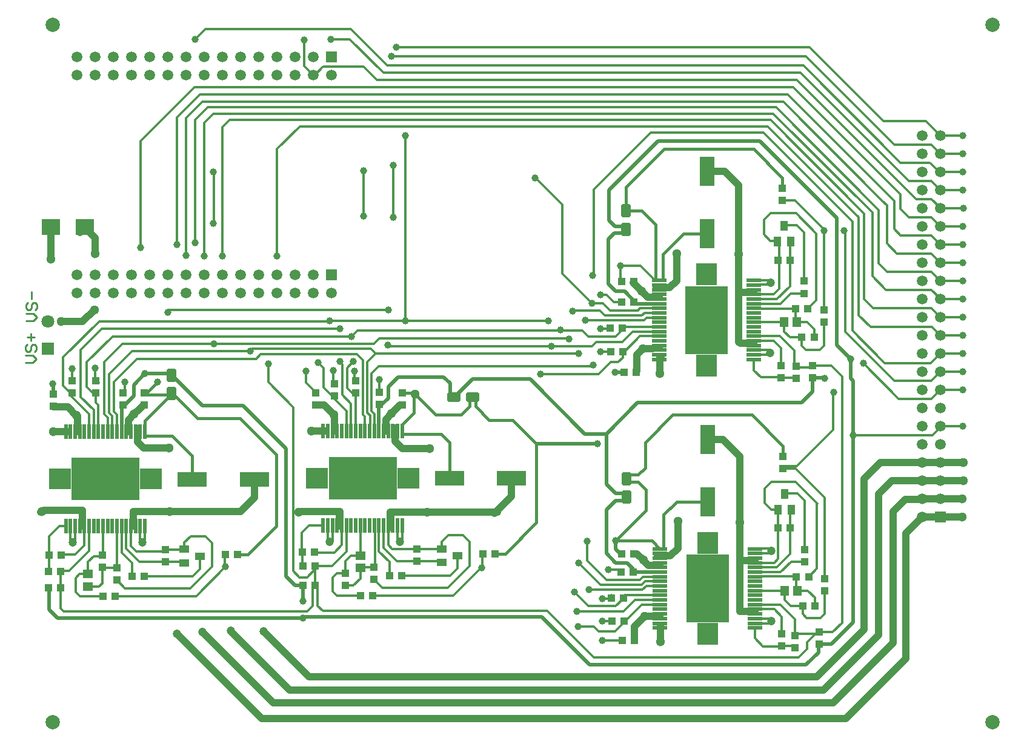
<source format=gtl>
G04 Layer_Physical_Order=1*
G04 Layer_Color=255*
%FSLAX25Y25*%
%MOIN*%
G70*
G01*
G75*
%ADD10R,0.11417X0.12402*%
%ADD11R,0.23622X0.37795*%
%ADD12R,0.07835X0.01890*%
%ADD13R,0.12402X0.11417*%
%ADD14R,0.37795X0.23622*%
%ADD15R,0.01890X0.07835*%
%ADD16R,0.03937X0.04331*%
%ADD17R,0.04331X0.03937*%
%ADD18R,0.09842X0.08661*%
%ADD19R,0.03937X0.05512*%
%ADD20R,0.05512X0.03937*%
%ADD21R,0.07874X0.16142*%
%ADD22R,0.04528X0.05787*%
G04:AMPARAMS|DCode=23|XSize=71.26mil|YSize=51.97mil|CornerRadius=6.5mil|HoleSize=0mil|Usage=FLASHONLY|Rotation=90.000|XOffset=0mil|YOffset=0mil|HoleType=Round|Shape=RoundedRectangle|*
%AMROUNDEDRECTD23*
21,1,0.07126,0.03898,0,0,90.0*
21,1,0.05827,0.05197,0,0,90.0*
1,1,0.01299,0.01949,0.02913*
1,1,0.01299,0.01949,-0.02913*
1,1,0.01299,-0.01949,-0.02913*
1,1,0.01299,-0.01949,0.02913*
%
%ADD23ROUNDEDRECTD23*%
%ADD24R,0.16142X0.07874*%
%ADD25R,0.05787X0.04528*%
G04:AMPARAMS|DCode=26|XSize=71.26mil|YSize=51.97mil|CornerRadius=6.5mil|HoleSize=0mil|Usage=FLASHONLY|Rotation=0.000|XOffset=0mil|YOffset=0mil|HoleType=Round|Shape=RoundedRectangle|*
%AMROUNDEDRECTD26*
21,1,0.07126,0.03898,0,0,0.0*
21,1,0.05827,0.05197,0,0,0.0*
1,1,0.01299,0.02913,-0.01949*
1,1,0.01299,-0.02913,-0.01949*
1,1,0.01299,-0.02913,0.01949*
1,1,0.01299,0.02913,0.01949*
%
%ADD26ROUNDEDRECTD26*%
%ADD27C,0.01181*%
%ADD28C,0.03937*%
%ADD29C,0.01890*%
%ADD30C,0.01500*%
%ADD31C,0.02000*%
%ADD32C,0.01000*%
%ADD33C,0.07874*%
%ADD34C,0.05905*%
%ADD35R,0.05905X0.05905*%
%ADD36R,0.05905X0.05905*%
%ADD37C,0.07087*%
%ADD38R,0.07087X0.07087*%
%ADD39C,0.03937*%
%ADD40C,0.05118*%
%ADD41C,0.04724*%
%ADD42C,0.05000*%
D10*
X377876Y262506D02*
D03*
Y212309D02*
D03*
X378276Y114719D02*
D03*
Y64522D02*
D03*
D11*
X377876Y237407D02*
D03*
X378276Y89621D02*
D03*
D12*
X351853Y215655D02*
D03*
Y218214D02*
D03*
Y220773D02*
D03*
Y223332D02*
D03*
Y225891D02*
D03*
Y228450D02*
D03*
Y231009D02*
D03*
Y233569D02*
D03*
Y236128D02*
D03*
Y238687D02*
D03*
Y241246D02*
D03*
Y243805D02*
D03*
Y246364D02*
D03*
Y248923D02*
D03*
Y251482D02*
D03*
Y254041D02*
D03*
Y256600D02*
D03*
Y259159D02*
D03*
X403900D02*
D03*
Y256600D02*
D03*
Y254041D02*
D03*
Y251482D02*
D03*
Y248923D02*
D03*
Y246364D02*
D03*
Y243805D02*
D03*
Y241246D02*
D03*
Y238687D02*
D03*
Y236128D02*
D03*
Y233569D02*
D03*
Y231009D02*
D03*
Y228450D02*
D03*
Y225891D02*
D03*
Y223332D02*
D03*
Y220773D02*
D03*
Y218214D02*
D03*
Y215655D02*
D03*
X352253Y67869D02*
D03*
Y70428D02*
D03*
Y72987D02*
D03*
Y75546D02*
D03*
Y78105D02*
D03*
Y80664D02*
D03*
Y83223D02*
D03*
Y85782D02*
D03*
Y88341D02*
D03*
Y90900D02*
D03*
Y93459D02*
D03*
Y96018D02*
D03*
Y98577D02*
D03*
Y101136D02*
D03*
Y103695D02*
D03*
Y106254D02*
D03*
Y108813D02*
D03*
Y111372D02*
D03*
X404300D02*
D03*
Y108813D02*
D03*
Y106254D02*
D03*
Y103695D02*
D03*
Y101136D02*
D03*
Y98577D02*
D03*
Y96018D02*
D03*
Y93459D02*
D03*
Y90900D02*
D03*
Y88341D02*
D03*
Y85782D02*
D03*
Y83223D02*
D03*
Y80664D02*
D03*
Y78105D02*
D03*
Y75546D02*
D03*
Y72987D02*
D03*
Y70428D02*
D03*
Y67869D02*
D03*
D13*
X213719Y150224D02*
D03*
X163522D02*
D03*
X72132Y149824D02*
D03*
X21935D02*
D03*
D14*
X188620Y150224D02*
D03*
X47034Y149824D02*
D03*
D15*
X166868Y176247D02*
D03*
X169428D02*
D03*
X171987D02*
D03*
X174546D02*
D03*
X177105D02*
D03*
X179664D02*
D03*
X182223D02*
D03*
X184782D02*
D03*
X187341D02*
D03*
X189900D02*
D03*
X192459D02*
D03*
X195018D02*
D03*
X197577D02*
D03*
X200136D02*
D03*
X202695D02*
D03*
X205254D02*
D03*
X207813D02*
D03*
X210372D02*
D03*
Y124200D02*
D03*
X207813D02*
D03*
X205254D02*
D03*
X202695D02*
D03*
X200136D02*
D03*
X197577D02*
D03*
X195018D02*
D03*
X192459D02*
D03*
X189900D02*
D03*
X187341D02*
D03*
X184782D02*
D03*
X182223D02*
D03*
X179664D02*
D03*
X177105D02*
D03*
X174546D02*
D03*
X171987D02*
D03*
X169428D02*
D03*
X166868D02*
D03*
X25282Y175847D02*
D03*
X27841D02*
D03*
X30400D02*
D03*
X32959D02*
D03*
X35518D02*
D03*
X38077D02*
D03*
X40636D02*
D03*
X43195D02*
D03*
X45754D02*
D03*
X48313D02*
D03*
X50872D02*
D03*
X53431D02*
D03*
X55990D02*
D03*
X58550D02*
D03*
X61109D02*
D03*
X63668D02*
D03*
X66227D02*
D03*
X68786D02*
D03*
Y123800D02*
D03*
X66227D02*
D03*
X63668D02*
D03*
X61109D02*
D03*
X58550D02*
D03*
X55990D02*
D03*
X53431D02*
D03*
X50872D02*
D03*
X48313D02*
D03*
X45754D02*
D03*
X43195D02*
D03*
X40636D02*
D03*
X38077D02*
D03*
X35518D02*
D03*
X32959D02*
D03*
X30400D02*
D03*
X27841D02*
D03*
X25282D02*
D03*
D16*
X436100Y205453D02*
D03*
Y212146D02*
D03*
X442453Y236173D02*
D03*
Y242866D02*
D03*
X439900Y58854D02*
D03*
Y65547D02*
D03*
X442853Y88387D02*
D03*
Y95079D02*
D03*
X419554Y303273D02*
D03*
Y309966D02*
D03*
X419800Y155640D02*
D03*
Y162333D02*
D03*
X28700Y203893D02*
D03*
Y197200D02*
D03*
X41700Y203847D02*
D03*
Y197153D02*
D03*
X431500Y258766D02*
D03*
Y252073D02*
D03*
X427000Y205153D02*
D03*
Y211846D02*
D03*
X418700Y205640D02*
D03*
Y212333D02*
D03*
X431900Y110979D02*
D03*
Y104287D02*
D03*
X426500Y56853D02*
D03*
Y63547D02*
D03*
X419100Y57854D02*
D03*
Y64547D02*
D03*
X218387Y104654D02*
D03*
Y111346D02*
D03*
X178987Y91172D02*
D03*
Y97865D02*
D03*
X194887Y101247D02*
D03*
Y94554D02*
D03*
X162700Y197346D02*
D03*
Y190654D02*
D03*
X210300Y197346D02*
D03*
Y190654D02*
D03*
X197687Y197646D02*
D03*
Y190954D02*
D03*
X80000Y104253D02*
D03*
Y110947D02*
D03*
X45400Y101300D02*
D03*
Y107993D02*
D03*
X53300Y100847D02*
D03*
Y94153D02*
D03*
X18300Y196546D02*
D03*
Y189854D02*
D03*
X68300Y197247D02*
D03*
Y190553D02*
D03*
X56900Y197247D02*
D03*
Y190553D02*
D03*
X184600Y197254D02*
D03*
Y203946D02*
D03*
X173000Y195454D02*
D03*
Y202147D02*
D03*
D17*
X155853Y91300D02*
D03*
X162547D02*
D03*
X187387Y85646D02*
D03*
X194079D02*
D03*
X15653Y90000D02*
D03*
X22346D02*
D03*
X45800Y85246D02*
D03*
X52493D02*
D03*
X254640Y108700D02*
D03*
X261333D02*
D03*
X113054Y108300D02*
D03*
X119746D02*
D03*
X324954Y219900D02*
D03*
X331646D02*
D03*
X324853Y232800D02*
D03*
X331546D02*
D03*
X423846Y270400D02*
D03*
X417154D02*
D03*
X436928Y227773D02*
D03*
X430235D02*
D03*
X426854Y243673D02*
D03*
X433546D02*
D03*
X332500Y208600D02*
D03*
X339193D02*
D03*
X330954Y258500D02*
D03*
X337647D02*
D03*
X331053Y247300D02*
D03*
X337747D02*
D03*
X423846Y123000D02*
D03*
X417154D02*
D03*
X437328Y79987D02*
D03*
X430635D02*
D03*
X427253Y95887D02*
D03*
X433947D02*
D03*
X331353Y60800D02*
D03*
X338047D02*
D03*
X331153Y108687D02*
D03*
X337846D02*
D03*
X330753Y98577D02*
D03*
X337446D02*
D03*
X209980Y96600D02*
D03*
X203287D02*
D03*
X155853Y102000D02*
D03*
X162547D02*
D03*
X155553Y109700D02*
D03*
X162247D02*
D03*
X68393Y96200D02*
D03*
X61700D02*
D03*
X15653Y99000D02*
D03*
X22346D02*
D03*
X16153Y108000D02*
D03*
X22847D02*
D03*
X332147Y84400D02*
D03*
X325453D02*
D03*
X332447Y71700D02*
D03*
X325753D02*
D03*
D18*
X35752Y288500D02*
D03*
X17248D02*
D03*
D19*
X416753Y280720D02*
D03*
X424234D02*
D03*
X420494Y289381D02*
D03*
X417000Y133087D02*
D03*
X424480D02*
D03*
X420740Y141748D02*
D03*
D20*
X231933Y111346D02*
D03*
Y103866D02*
D03*
X240595Y107606D02*
D03*
X90500Y111100D02*
D03*
Y103620D02*
D03*
X99161Y107360D02*
D03*
D21*
X378000Y285047D02*
D03*
Y319299D02*
D03*
X378400Y137261D02*
D03*
Y171513D02*
D03*
D22*
X427328Y236128D02*
D03*
X420399D02*
D03*
X427728Y88341D02*
D03*
X420799D02*
D03*
D23*
X333353Y297638D02*
D03*
Y287402D02*
D03*
X333600Y150005D02*
D03*
Y139769D02*
D03*
X83500Y196782D02*
D03*
Y207018D02*
D03*
D24*
X236261Y150100D02*
D03*
X270513D02*
D03*
X94674Y149700D02*
D03*
X128926D02*
D03*
D25*
X187341Y100772D02*
D03*
Y107701D02*
D03*
X37400Y90535D02*
D03*
Y97465D02*
D03*
D26*
X249005Y194900D02*
D03*
X238769D02*
D03*
D27*
X202000Y377500D02*
X204000D01*
X200000Y373500D02*
X204500D01*
Y382500D02*
X431000D01*
X207000Y387500D02*
X434500D01*
X475000Y347000D01*
X498300D01*
X506400Y338900D01*
X431000Y382500D02*
X432500D01*
X481000Y334000D01*
X501300D01*
X506400Y328900D01*
X204000Y377500D02*
X430500D01*
X431000D01*
X432000Y376500D01*
X484500Y324000D01*
X500500D01*
X501000Y323500D01*
X505600Y318900D01*
X506400D01*
X204500Y373500D02*
X429500D01*
X488500Y314500D01*
X489000Y314000D01*
X500500D01*
X501300D01*
X506400Y308900D01*
Y298900D02*
Y299100D01*
X501500Y304000D02*
X506400Y299100D01*
X493000Y304000D02*
X501500D01*
X429000Y368000D02*
X493000Y304000D01*
X167000Y377000D02*
X189000D01*
X166500Y376500D02*
X167000Y377000D01*
X162400Y372400D02*
X166500Y376500D01*
X161500Y372400D02*
X162400D01*
X15653Y99000D02*
X16153Y99500D01*
Y108000D01*
Y118154D02*
X21800Y123800D01*
X16153Y111800D02*
Y118154D01*
Y108000D02*
Y111800D01*
X21800Y123800D02*
X25282D01*
X22500Y99200D02*
X27000D01*
X22500Y93253D02*
Y99200D01*
X43600Y236600D02*
X170300D01*
X23800Y216800D02*
X43600Y236600D01*
X23800Y201200D02*
Y216800D01*
X91500Y273000D02*
Y348500D01*
X96500Y324500D02*
Y347500D01*
X66500Y336000D02*
X78000Y347500D01*
X101500Y342000D02*
Y346000D01*
X111500Y325500D02*
Y343500D01*
X141500Y272500D02*
Y331500D01*
X489000Y294000D02*
X501000D01*
X484500Y298500D02*
X489000Y294000D01*
X484500Y298500D02*
Y306500D01*
X501300Y294000D02*
X506400Y288900D01*
X501000Y294000D02*
X501300D01*
X422500Y361500D02*
X481000Y303000D01*
X391000Y361500D02*
X422500D01*
X481000Y300000D02*
Y303000D01*
Y287500D02*
Y300000D01*
Y287500D02*
X484500Y284000D01*
X501300D01*
X506400Y278900D01*
X501300Y274000D02*
X506400Y268900D01*
X501000Y274000D02*
X501300D01*
X482500D02*
X501000D01*
X477000Y279500D02*
X482500Y274000D01*
X477000Y279500D02*
Y300500D01*
X474500Y303000D02*
X477000Y300500D01*
X472500Y268500D02*
Y298000D01*
Y268500D02*
X477000Y264000D01*
X501000D01*
X501300D01*
X506400Y258900D01*
Y248900D02*
Y249100D01*
X501500Y254000D02*
X506400Y249100D01*
X476500Y254000D02*
X501500D01*
X469000Y261500D02*
X476500Y254000D01*
X469000Y261500D02*
Y296500D01*
X464500Y250000D02*
Y296000D01*
Y249000D02*
Y250000D01*
Y249000D02*
X469500Y244000D01*
X501300D01*
X506400Y238900D01*
X461500Y240000D02*
Y290000D01*
X461000Y294500D02*
X461500Y294000D01*
Y290000D02*
Y294000D01*
X86500Y279000D02*
Y349000D01*
X101500Y324000D02*
Y342000D01*
X111500Y272500D02*
Y325500D01*
X101500Y272500D02*
Y324000D01*
Y252400D02*
Y252500D01*
X91500Y252400D02*
Y253500D01*
X298500Y263000D02*
Y301000D01*
X283750Y315750D02*
X298500Y301000D01*
X189100Y294500D02*
Y319500D01*
X106700Y290600D02*
X106800Y290500D01*
X106700Y290600D02*
Y319000D01*
X458500Y174000D02*
X470500D01*
X314800Y246700D02*
X320600D01*
X298500Y263000D02*
X314800Y246700D01*
X212000Y236800D02*
Y339000D01*
X205300Y294000D02*
Y322500D01*
X458000Y256000D02*
Y291500D01*
Y231500D02*
Y235500D01*
Y231500D02*
X474500Y215000D01*
X458000Y235500D02*
Y256000D01*
X454000Y278000D02*
Y286000D01*
X475750Y213750D02*
X501250D01*
X474500Y215000D02*
X475750Y213750D01*
X454000Y231000D02*
Y278000D01*
X315700Y309200D02*
X327000Y320500D01*
X315700Y262000D02*
Y309200D01*
X350200Y255273D02*
X351432Y254041D01*
X63668Y176268D02*
X64900Y177500D01*
X205254Y176668D02*
X206487Y177900D01*
X350600Y107487D02*
X351832Y106254D01*
X304100Y242600D02*
X319100D01*
X192032Y176247D02*
X192600Y176816D01*
X191100Y214400D02*
X195700Y219000D01*
X191100Y186300D02*
Y214400D01*
X332173Y219373D02*
X341250Y228450D01*
X290800Y236800D02*
X290900Y236700D01*
X327346Y65900D02*
X342110Y80664D01*
X23800Y201200D02*
X28500Y196500D01*
X417700Y254573D02*
Y279773D01*
X162247Y110700D02*
X163547Y109400D01*
X23347Y108300D02*
X30500D01*
X452400Y70693D02*
Y206100D01*
X447254Y65547D02*
X452400Y70693D01*
X439900Y65547D02*
X447254D01*
X166700Y77100D02*
X290200D01*
X437900Y64700D02*
X438747Y65547D01*
X433200Y60000D02*
X437900Y64700D01*
X438747Y65547D02*
X439900D01*
X426409Y64700D02*
X426500Y72700D01*
X419100Y57854D02*
X425500D01*
X196000Y218900D02*
X307400D01*
X341250Y228450D02*
X351853D01*
X307100Y68700D02*
X315700D01*
X318500Y65900D01*
X332200Y76900D02*
X338523Y83223D01*
X306400Y76900D02*
X332200D01*
X342500Y88800D02*
X344600Y90900D01*
X313000Y88800D02*
X342500D01*
X319400Y91700D02*
X342094D01*
X307500Y103600D02*
X319400Y91700D01*
X170500Y236800D02*
X290800D01*
X317000Y225300D02*
X331300D01*
X320500Y60800D02*
X331353D01*
X33500Y194900D02*
Y220800D01*
X170300Y236600D02*
X170500Y236800D01*
X36800Y200600D02*
Y214200D01*
Y200600D02*
X40246Y197153D01*
X46400Y214400D02*
X56300Y224300D01*
X167000Y200300D02*
Y211000D01*
X409700Y136687D02*
X413300Y133087D01*
X446353Y212146D02*
X452400Y206100D01*
X436100Y212146D02*
X446353D01*
X323600Y99800D02*
X329340D01*
X418847Y57600D02*
X419100Y57854D01*
X408900Y57600D02*
X418847D01*
X403900Y209700D02*
Y215655D01*
Y209700D02*
X407700Y205900D01*
X418440D01*
X344787Y238687D02*
X351853D01*
X343594Y241387D02*
X351284D01*
X418440Y205900D02*
X418700Y205640D01*
X426513D01*
X404300Y62200D02*
X408900Y57600D01*
X404300Y62200D02*
Y67869D01*
X155100Y110153D02*
X155553Y109700D01*
X155100Y110153D02*
Y120200D01*
X159100Y124200D01*
X166868D01*
X342107Y239900D02*
X343594Y241387D01*
X342094Y91700D02*
X343994Y93600D01*
X192600Y176816D02*
Y184800D01*
X184987Y202946D02*
X185000Y202960D01*
X343994Y93600D02*
X351684D01*
X404053Y248769D02*
X416303D01*
X423600Y280086D02*
X424234Y280720D01*
X416303Y248769D02*
X423600Y256066D01*
X427439Y289535D02*
X431500Y285473D01*
Y258766D02*
Y285473D01*
X418291Y246364D02*
X424000Y252073D01*
X431500D01*
X403900Y246364D02*
X418291D01*
X442453Y242866D02*
Y287320D01*
X427803Y236128D02*
X433159D01*
X436928Y232358D01*
Y229292D02*
Y232358D01*
X426854Y236602D02*
Y243673D01*
X442453Y223327D02*
Y236173D01*
X423600Y227773D02*
X430235D01*
X420399Y230974D02*
Y236128D01*
X403900D02*
X420399D01*
Y230974D02*
X423600Y227773D01*
X440100Y220973D02*
X442453Y223327D01*
X432500Y220973D02*
X440100D01*
X430235Y223238D02*
X432500Y220973D01*
X430235Y223238D02*
Y227773D01*
X426513Y205640D02*
X427000Y205153D01*
X403900Y228450D02*
X418136D01*
X426100Y220487D01*
X351432Y254041D02*
X351853D01*
X404100Y256800D02*
X412641D01*
X404100Y259359D02*
X412600D01*
X403900Y218214D02*
X412441D01*
X403900Y220773D02*
X412400D01*
X412900Y220273D01*
Y219373D02*
Y220273D01*
X412441Y218214D02*
X412900Y218673D01*
Y219373D01*
Y280873D02*
X416600D01*
X409300Y292473D02*
X413000Y296173D01*
X416600Y280873D02*
X416753Y280720D01*
X418700Y212333D02*
Y221787D01*
X403900Y225891D02*
X414595D01*
X418700Y221787D01*
X409300Y284473D02*
Y292473D01*
X403900Y251482D02*
X414609D01*
X403900D02*
Y252761D01*
X409300Y284473D02*
X412900Y280873D01*
X433546Y243673D02*
X438100Y248227D01*
X342831Y96018D02*
X352253D01*
X341100Y94287D02*
X342831Y96018D01*
X425500Y57854D02*
X426500Y56853D01*
X418536Y80664D02*
X426500Y72700D01*
X404300Y80664D02*
X418536D01*
X431746Y111133D02*
Y137840D01*
X427685Y141902D02*
X431746Y137840D01*
X423846Y123000D02*
Y132453D01*
Y108433D02*
Y123000D01*
X416550Y101136D02*
X423846Y108433D01*
Y132453D02*
X424480Y133087D01*
X404300Y101136D02*
X416550D01*
X405228Y96372D02*
X426768D01*
X427253Y88816D02*
Y95887D01*
X437328Y81506D02*
Y84572D01*
X433559Y88341D02*
X437328Y84572D01*
X428203Y88341D02*
X433559D01*
X442853Y95079D02*
Y139533D01*
X426900Y155487D02*
X442853Y139533D01*
X419953Y155487D02*
X426900D01*
X419800Y155640D02*
X419953Y155487D01*
X442853Y75540D02*
Y88387D01*
X430635Y75451D02*
Y79987D01*
Y75451D02*
X432900Y73187D01*
X440500D01*
X442853Y75540D01*
X420799Y83187D02*
X424000Y79987D01*
X404300Y88341D02*
X420799D01*
Y83187D02*
Y88341D01*
X424000Y79987D02*
X430635D01*
X351832Y106254D02*
X352253D01*
X404500Y111572D02*
X413000D01*
X404500Y109013D02*
X413041D01*
X413300Y70887D02*
Y71587D01*
X412841Y70428D02*
X413300Y70887D01*
Y71587D02*
Y72487D01*
X412800Y72987D02*
X413300Y72487D01*
X404300Y72987D02*
X412800D01*
X404300Y70428D02*
X412841D01*
X417154Y123000D02*
Y132933D01*
Y105840D02*
Y123000D01*
X438500Y100440D02*
Y136187D01*
X438600Y136287D01*
X426600Y148287D02*
X438600Y136287D01*
X426600Y148287D02*
Y148387D01*
X417000Y133087D02*
X417154Y132933D01*
X413300Y133087D02*
X417000D01*
X413400Y148387D02*
X426600D01*
X415009Y103695D02*
X417154Y105840D01*
X404300Y103695D02*
X415009D01*
X409700Y136687D02*
Y144687D01*
X413400Y148387D01*
X419100Y64547D02*
Y74000D01*
X414995Y78105D02*
X419100Y74000D01*
X404300Y78105D02*
X414995D01*
X254487Y108546D02*
X254640Y108700D01*
X254487Y101600D02*
Y108546D01*
X238533Y85646D02*
X254487Y101600D01*
X194079Y85646D02*
X238533D01*
X195018Y176247D02*
Y185669D01*
X193287Y187400D02*
X195018Y185669D01*
X188687Y185313D02*
X189900Y184100D01*
Y176247D02*
Y184100D01*
X184782Y176247D02*
Y196649D01*
X27000Y99200D02*
X38077Y110277D01*
X30500Y108300D02*
X35518Y113318D01*
X155553Y102300D02*
X155853Y102000D01*
X155553Y102300D02*
Y109700D01*
X177105Y113505D02*
Y124200D01*
X173000Y109400D02*
X177105Y113505D01*
X163547Y109400D02*
X173000D01*
X179664Y109964D02*
Y124200D01*
X171700Y102000D02*
X179664Y109964D01*
X162547Y102000D02*
X171700D01*
X236687Y96600D02*
X240748Y100661D01*
X209980Y96600D02*
X236687D01*
X199983Y111797D02*
Y124047D01*
X231299Y104500D02*
X231933Y103866D01*
X199983Y111797D02*
X207279Y104500D01*
X197577Y109809D02*
Y124200D01*
X203287Y96600D02*
Y104100D01*
X197577Y109809D02*
X203287Y104100D01*
X187341Y94941D02*
Y100297D01*
X183572Y91172D02*
X187341Y94941D01*
X180506Y91172D02*
X183572D01*
X187816Y101247D02*
X194887D01*
X195372Y101732D01*
Y123272D01*
X174540Y85646D02*
X187387D01*
X178987Y97865D02*
Y104500D01*
X182187Y107701D02*
X187341D01*
Y124200D01*
X178987Y104500D02*
X182187Y107701D01*
X172187Y88000D02*
X174540Y85646D01*
X172187Y88000D02*
Y95600D01*
X174451Y97865D01*
X178987D01*
X205254Y176247D02*
Y176668D01*
X207813Y115659D02*
Y124200D01*
X210372Y115700D02*
Y124200D01*
X169428Y115659D02*
Y124200D01*
X171987Y115700D02*
Y124200D01*
X171487Y115200D02*
X171987Y115700D01*
X170587Y115200D02*
X171487D01*
X169428Y115659D02*
X169887Y115200D01*
X170587D01*
X243687Y118800D02*
X247387Y115100D01*
X235687Y118800D02*
X243687D01*
X218387Y111346D02*
X231933D01*
X204840D02*
X218387D01*
X194887Y94554D02*
X199440Y90000D01*
X202695Y113491D02*
Y124200D01*
X203975D01*
X202695Y113491D02*
X204840Y111346D01*
X247387Y101900D02*
Y115100D01*
X232087Y115200D02*
X235687Y118800D01*
X232087Y111500D02*
Y115200D01*
X231933Y111346D02*
X232087Y111500D01*
X28300Y114800D02*
X29000D01*
X27841Y115259D02*
X28300Y114800D01*
X29000D02*
X29900D01*
X30400Y115300D01*
X37400Y97465D02*
Y104100D01*
X32865Y97465D02*
X37400D01*
X30600Y95200D02*
X32865Y97465D01*
X30600Y87600D02*
Y95200D01*
Y87600D02*
X32954Y85246D01*
X45800D01*
X37400Y90535D02*
X43535D01*
X45400Y92400D01*
Y101300D01*
X37400Y104100D02*
X40601Y107301D01*
X45400Y101300D02*
X45678Y101022D01*
X55990Y109409D02*
X61700Y103700D01*
Y96200D02*
Y103700D01*
X58550Y111550D02*
X65847Y104253D01*
X80000D01*
Y110947D02*
X90346D01*
X80000Y104253D02*
X89866D01*
X90500Y103620D01*
X68393Y96200D02*
X95100D01*
X99161Y100261D01*
Y107360D01*
X53300Y94153D02*
X57854Y89600D01*
X93600D01*
X93700Y89500D01*
X105700Y101500D01*
X105800D01*
X90346Y110947D02*
X90500Y111100D01*
Y114800D01*
X94100Y118400D01*
X102100D01*
X105800Y114700D01*
Y101500D02*
Y114700D01*
X52493Y85246D02*
X96947D01*
X112900Y101200D01*
Y108147D01*
X113054Y108300D01*
X30400Y115300D02*
Y123800D01*
X27841Y115259D02*
Y123800D01*
X53431Y101022D02*
Y123800D01*
X58550Y111550D02*
Y123800D01*
X55990Y109409D02*
Y123800D01*
X61109D02*
X62388D01*
X61109Y113091D02*
Y123800D01*
X35518Y113318D02*
Y123800D01*
X68786Y115300D02*
Y123800D01*
X66227Y115259D02*
Y123800D01*
X51700Y187000D02*
X53431Y185268D01*
X433947Y95887D02*
X438500Y100440D01*
X426768Y96372D02*
X427253Y95887D01*
X235337Y89850D02*
X247387Y101900D01*
X235187Y90000D02*
X235337Y89850D01*
X199440Y90000D02*
X235187D01*
X184413Y203458D02*
X184700Y203260D01*
X46400Y185613D02*
X48313Y183700D01*
X49100Y186300D02*
X50872Y184528D01*
X40246Y197153D02*
X41700D01*
Y192000D02*
Y197153D01*
Y192000D02*
X43195Y190505D01*
X41500Y204847D02*
Y210800D01*
X51700Y187000D02*
Y203200D01*
X158100Y76900D02*
X161100Y79900D01*
Y89854D01*
X162547Y91300D01*
X163900Y79900D02*
Y90600D01*
Y79900D02*
X166700Y77100D01*
X28500Y195100D02*
X38077Y185523D01*
X28500Y195100D02*
Y196500D01*
X28700Y203893D02*
X28800Y203993D01*
Y210700D01*
X33500Y194900D02*
X40636Y187764D01*
X46400Y185613D02*
Y214400D01*
X162700Y197346D02*
X162900Y197547D01*
X171833Y209600D02*
X172500D01*
X172575D01*
X180100Y211000D02*
X183550Y214450D01*
X191100Y186300D02*
X192600Y184800D01*
X322613Y94287D02*
X341100D01*
X342007Y240000D02*
X342107Y239900D01*
X319300Y219900D02*
X324954D01*
X337009Y231009D02*
X351853D01*
X331300Y225300D02*
X337009Y231009D01*
X319400Y232600D02*
X323127D01*
X324727Y234200D02*
X325140Y233787D01*
X333068Y233569D02*
X351853D01*
X340000Y242700D02*
X341105Y243805D01*
X351853D01*
X330300Y259900D02*
Y267200D01*
X319400Y251100D02*
X322800D01*
X320600Y246700D02*
X324600Y242700D01*
X340000D01*
X341807Y239800D02*
X342007Y240000D01*
X321900Y239800D02*
X341807D01*
X319100Y242600D02*
X321900Y239800D01*
X343300Y237200D02*
X344787Y238687D01*
X326600Y247300D02*
X330227D01*
X322800Y251100D02*
X326600Y247300D01*
X351853Y259159D02*
X353700D01*
X414609Y251482D02*
X417700Y254573D01*
X416753Y280720D02*
X417700Y279773D01*
X405314Y243673D02*
X426854D01*
X404828Y244159D02*
X405314Y243673D01*
X318500Y65900D02*
X327346D01*
X320300Y71700D02*
X325453D01*
X342110Y80664D02*
X352253D01*
X338523Y83223D02*
X352253D01*
X332828Y85782D02*
X352253D01*
X327900Y79900D02*
X331747Y83746D01*
X344600Y90900D02*
X352253D01*
X404300Y98577D02*
X418577D01*
X424287Y104287D01*
X431900D01*
X438100Y248227D02*
Y285000D01*
X426927Y296173D02*
X438100Y285000D01*
X413000Y296173D02*
X426927D01*
X57900Y199047D02*
Y203100D01*
X184694Y203219D02*
X185000Y202960D01*
X184700Y203260D02*
X185000Y202960D01*
X184413Y203458D02*
X184694Y203219D01*
X185000Y202960D02*
X185031Y203437D01*
X177400Y196100D02*
X182223Y191277D01*
Y176247D02*
Y191277D01*
X173000Y194000D02*
Y195454D01*
Y194000D02*
X179664Y187336D01*
Y176247D02*
Y187336D01*
X167000Y200300D02*
X171846Y195454D01*
X173000D01*
X180100Y199800D02*
Y211000D01*
X184017Y195884D02*
X184782Y196649D01*
X184000Y204468D02*
Y209300D01*
X157400Y203046D02*
Y209100D01*
X40636Y175847D02*
Y187764D01*
X48313Y175847D02*
Y183700D01*
X50872Y175847D02*
Y184528D01*
X43195Y175847D02*
Y190505D01*
X38077Y175847D02*
Y185523D01*
X53431Y175847D02*
Y185268D01*
X63668Y175847D02*
Y176268D01*
X207279Y104500D02*
X231299D01*
X427253Y88816D02*
X427728D01*
X428203Y88341D01*
X437328Y81506D02*
X438493Y80341D01*
X426854Y236602D02*
X427328D01*
X436928Y229292D02*
X438093Y228128D01*
X427328Y236602D02*
X427803Y236128D01*
X420587Y141902D02*
X427685D01*
X420340Y289535D02*
X427439D01*
X45678Y101022D02*
X53431D01*
X423600Y256066D02*
Y280086D01*
X40601Y107301D02*
X45754D01*
Y123800D01*
X179341Y90007D02*
X180506Y91172D01*
X187341Y100297D02*
X187816Y100772D01*
Y101247D01*
X240748Y100661D02*
Y107760D01*
X290900Y236700D02*
Y236800D01*
X38077Y110277D02*
Y123800D01*
X162547Y100146D02*
Y102000D01*
X158100Y95700D02*
X162547Y100146D01*
X153900Y95700D02*
X158100D01*
X150300Y99300D02*
X153900Y95700D01*
X162547Y91300D02*
Y100146D01*
X136600Y203100D02*
Y213100D01*
Y203100D02*
X150300Y189400D01*
Y99300D02*
Y189400D01*
X311200Y237200D02*
X343300D01*
X426409Y64700D02*
X437900D01*
X426100Y211333D02*
X436800D01*
X426100D02*
Y220487D01*
X56300Y224300D02*
X194900D01*
X81800Y242900D02*
X202800D01*
X202200Y223400D02*
Y223900D01*
X177400Y196100D02*
Y212800D01*
X49100Y186300D02*
Y207700D01*
X61800Y220400D01*
X126700D01*
X182500Y228400D02*
X185700Y231600D01*
X298200D01*
X36800Y214200D02*
X51000Y228400D01*
X182500D01*
X180100Y199800D02*
X184017Y195884D01*
X331747Y83746D02*
Y84700D01*
X332828Y85782D01*
X327800Y228300D02*
X333068Y233569D01*
X330300Y267200D02*
X341300D01*
X349341Y259159D01*
X349800D01*
X351853D01*
X56100Y197247D02*
X57900Y199047D01*
X197787Y197146D02*
Y203700D01*
X157400Y203046D02*
X162900Y197547D01*
X41500Y204847D02*
X43300Y203046D01*
X172500Y204546D02*
Y209600D01*
Y210267D01*
X171833Y209600D02*
X172500Y210267D01*
X184000Y204468D02*
X185031Y203437D01*
X325453Y71700D02*
X325654Y71900D01*
X329340Y99800D02*
X330753Y98387D01*
X323127Y232600D02*
X324727Y234200D01*
X330227Y247300D02*
X330954Y246573D01*
X290200Y77100D02*
X315800Y51500D01*
X428500D01*
X433200Y56200D01*
Y60000D01*
X419800Y155640D02*
X421160Y157000D01*
X427500D01*
X447500Y177000D01*
Y197500D01*
X505600Y258900D02*
X506400D01*
Y247400D02*
Y248900D01*
X505900Y238900D02*
X506400D01*
X501250Y213750D02*
X505900Y218400D01*
X470500Y174000D02*
X502000D01*
X506400Y178400D01*
Y178900D01*
X426500Y303273D02*
X442453Y287320D01*
X419400Y303427D02*
X419554Y303273D01*
X426500D01*
X61109Y113091D02*
X64200Y110000D01*
X79053D01*
X80000Y110947D01*
X22500Y78500D02*
Y93253D01*
Y78500D02*
X24100Y76900D01*
X158100D01*
X96500Y280000D02*
Y324500D01*
X66500Y277900D02*
Y336000D01*
X182000Y397500D02*
X202000Y377500D01*
X96500Y392000D02*
X102000Y397500D01*
X182000D01*
X171100Y392000D02*
X178000D01*
X181500D01*
X200000Y373500D01*
X156500Y377400D02*
Y391500D01*
Y377400D02*
X161500Y372400D01*
X506400Y338900D02*
X518900D01*
X506400Y328900D02*
X518900D01*
X506400Y318900D02*
X518900D01*
X506400Y308900D02*
X518900D01*
X506500Y299000D02*
X519000D01*
X506400Y288900D02*
X518900D01*
X506400Y278900D02*
X518900D01*
X506400Y268900D02*
X518900D01*
X506400Y258900D02*
X518900D01*
X506400Y248900D02*
X518900D01*
X506400Y238900D02*
X518900D01*
X506400Y228900D02*
X518900D01*
X506400Y218900D02*
X518900D01*
X506400Y208900D02*
X518900D01*
X506400Y198900D02*
X518900D01*
X454000Y231000D02*
X481000Y204000D01*
X501500D01*
X506400Y208900D01*
X501500Y194000D02*
X506400Y198900D01*
X495503Y233500D02*
X501800D01*
X506400Y228900D01*
X461500Y240000D02*
X468000Y233500D01*
X495503D01*
X464000Y213500D02*
X483500Y194000D01*
X501500D01*
X327000Y320500D02*
X347000Y340500D01*
X409000D01*
X458000Y291500D01*
X141500Y331500D02*
X154000Y344000D01*
X374500D01*
X411500D01*
X461500Y294000D01*
X380000Y347500D02*
X413000D01*
X464500Y296000D01*
X111500Y343500D02*
X115500Y347500D01*
X375000D01*
X380000D01*
X101500Y346000D02*
X106500Y351000D01*
X380000D01*
X411000D01*
X414500D01*
X469000Y296500D01*
X387000Y354500D02*
X416000D01*
X472500Y298000D01*
X96500Y347500D02*
X103500Y354500D01*
X383000D01*
X387000D01*
X91500Y348500D02*
X100500Y357500D01*
X387000D01*
X86500Y349000D02*
X99000Y361500D01*
X391000D01*
X78000Y347500D02*
X96000Y365500D01*
X392000D01*
X189000Y377000D02*
X196500Y369500D01*
X427500D01*
X429000Y368000D01*
X392000Y365500D02*
X425500D01*
X484500Y306500D01*
X387000Y357500D02*
X420000D01*
X474500Y303000D01*
X506400Y178900D02*
X518900D01*
X176000Y232500D02*
X176200Y232700D01*
X33500Y220800D02*
X45200Y232500D01*
X176000D01*
X126700Y220400D02*
X127800Y221500D01*
X193200D01*
X195700Y219000D01*
X164000Y214000D02*
X167000Y211000D01*
X132500Y218500D02*
X185500D01*
X186000Y218000D01*
X188687Y215313D01*
Y185313D02*
Y215313D01*
X51700Y203200D02*
X64500Y216000D01*
X130000D01*
X132500Y218500D01*
X320400Y84800D02*
X321200Y84000D01*
X323540D01*
X325540Y86000D01*
X305000Y87500D02*
X312600Y79900D01*
X327900D01*
X312000Y104900D02*
X322613Y94287D01*
X312000Y104900D02*
Y115000D01*
X311000Y116000D02*
X312000Y115000D01*
X286500Y207500D02*
X293800D01*
X295900Y223000D02*
X314700D01*
X317000Y225300D01*
X202200Y223400D02*
X202600Y223000D01*
X295900D01*
X298200Y231600D02*
X309400D01*
X312700Y228300D01*
X327800D01*
X293800Y207500D02*
X318500D01*
X325100Y214100D01*
X312000Y212000D02*
X316500D01*
X193287Y187400D02*
Y207787D01*
X197500Y212000D01*
X312000D01*
X325100Y214100D02*
X329100D01*
X331646Y216647D01*
Y219900D01*
X194900Y224300D02*
X197800Y227200D01*
X302000D01*
X404300Y103695D02*
Y104975D01*
D28*
X17000Y288000D02*
X17248Y288248D01*
X17000Y279500D02*
Y288000D01*
Y271000D02*
Y279500D01*
X33000Y285748D02*
X35752Y288500D01*
X41500Y274000D02*
Y280500D01*
Y282752D01*
X35752Y288500D02*
X41500Y282752D01*
X17248Y288248D02*
Y288500D01*
X454500Y18000D02*
X487500Y51000D01*
X133000Y18000D02*
X454500D01*
X480500Y59500D02*
Y131000D01*
X447500Y26500D02*
X480500Y59500D01*
X147500Y26500D02*
X447500D01*
X472500Y64000D02*
Y141500D01*
X442000Y33500D02*
X472500Y64000D01*
X148500Y33500D02*
X442000D01*
X464500Y67000D02*
Y146500D01*
X438500Y41000D02*
X464500Y67000D01*
X159000Y41000D02*
X438500D01*
X41500Y262500D02*
X41600Y262400D01*
X350200Y255273D02*
X357500D01*
X64900Y170200D02*
Y177500D01*
X160367Y176394D02*
X168096D01*
X206487Y170600D02*
Y177900D01*
X350600Y107487D02*
X357900D01*
X352353Y60239D02*
Y69400D01*
X351953Y208026D02*
Y216453D01*
X345400Y250073D02*
X351853D01*
X345837Y221653D02*
X351768Y222047D01*
X345800Y102287D02*
X352253D01*
X343826Y74266D02*
X352253D01*
X201287Y176247D02*
Y182700D01*
X18300Y189553D02*
X26400D01*
X59700Y175847D02*
Y182300D01*
X203975Y124200D02*
Y130888D01*
X175787Y124200D02*
Y130900D01*
X337846Y108687D02*
X339400D01*
X357500Y255273D02*
X361300Y259073D01*
X357900Y107487D02*
X362000Y111587D01*
X338047Y68487D02*
X343826Y74266D01*
X206487Y170600D02*
X210587Y166500D01*
X270513Y140226D02*
Y150100D01*
X201287Y182700D02*
X204487Y185900D01*
X203975Y130888D02*
X203987Y130900D01*
X261187D02*
X270513Y140226D01*
X64900Y170200D02*
X68100Y167000D01*
X59700Y182300D02*
X62900Y185500D01*
X66100Y188700D01*
X342200Y253273D02*
X345400Y250073D01*
X25282Y175847D02*
X26082D01*
X31679D02*
X31800Y175968D01*
Y184700D01*
X31253D02*
X31800D01*
X34100Y123900D02*
X34200Y123800D01*
X34100Y123900D02*
X34500Y124300D01*
X128926Y139626D02*
Y149700D01*
X66100Y188600D02*
Y188700D01*
Y188600D02*
X67700Y190200D01*
X26400Y189553D02*
X31253Y184700D01*
X162700Y190654D02*
X167287D01*
X338047Y60800D02*
Y68487D01*
X339400Y209200D02*
Y218227D01*
X337446Y258027D02*
X342200Y253273D01*
X378000Y319299D02*
X387901D01*
X173100Y176413D02*
X173266Y176247D01*
X173100Y176413D02*
Y184840D01*
X172700Y185240D02*
X173100Y184840D01*
X167287Y190654D02*
X172700Y185240D01*
X204487Y185900D02*
X209240Y190654D01*
X210300D01*
X351953Y216453D02*
X352600Y217100D01*
X18353Y175847D02*
X25282D01*
X339400Y218227D02*
X342826Y221653D01*
X345837D01*
X351768Y222047D02*
X351853Y222053D01*
X351768Y222047D02*
X351768D01*
X339400Y108687D02*
X342926Y105161D01*
X343026D01*
Y105061D02*
X345800Y102287D01*
X343026Y105061D02*
Y105161D01*
X496000Y168500D02*
X496400Y168900D01*
X100500Y65500D02*
X139500Y26500D01*
X147500D01*
X86500Y64500D02*
X133000Y18000D01*
X496000Y178500D02*
X496400Y178900D01*
X487500Y51000D02*
Y119000D01*
X116000Y66000D02*
X121000Y61000D01*
X116000Y66000D02*
Y66186D01*
X121000Y61000D02*
X140500Y41500D01*
X148500Y33500D01*
X473600Y158900D02*
X496400D01*
X473500Y159000D02*
X473600Y158900D01*
X464500Y150000D02*
X473500Y159000D01*
X464500Y146500D02*
Y150000D01*
X496000Y138500D02*
X496400Y138900D01*
X487000Y138500D02*
X496000D01*
X480500Y132000D02*
X487000Y138500D01*
X480500Y131000D02*
Y132000D01*
X487500Y119000D02*
Y120000D01*
X496400Y128900D01*
X472500Y141500D02*
X479900Y148900D01*
X496400D01*
X134000Y66000D02*
X159000Y41000D01*
X68100Y167000D02*
X82000D01*
X11500Y131500D02*
X12000D01*
X13000Y132500D01*
X34500D01*
Y124300D02*
Y132500D01*
X62388Y123800D02*
Y132000D01*
X121300D01*
X128926Y139626D01*
X34500Y236500D02*
X41000Y243000D01*
X22900Y236500D02*
X34500D01*
X210587Y166500D02*
X225500D01*
X203888Y131500D02*
X262800D01*
X203888Y123300D02*
Y131500D01*
X176000Y123800D02*
Y132000D01*
X154500D02*
X176000D01*
X362000Y111587D02*
Y126500D01*
X400213Y76787D02*
X404300D01*
X400000Y77000D02*
X400213Y76787D01*
X396000Y77000D02*
X400000D01*
X396000D02*
Y126000D01*
X378400Y171513D02*
X386874D01*
X396000Y162387D01*
Y126000D02*
Y162387D01*
X396327Y224573D02*
X403900D01*
X395500Y252761D02*
X403900D01*
X395500D02*
Y311700D01*
X387901Y319299D02*
X395500Y311700D01*
Y225400D02*
X396327Y224573D01*
X395500Y225400D02*
Y252761D01*
X361300Y259073D02*
Y274000D01*
X496400Y158900D02*
X505100D01*
X496400Y148900D02*
X506400D01*
X496400Y138900D02*
X506400D01*
X496400Y128900D02*
X506600D01*
X506400D02*
X518400D01*
X518500Y129000D01*
X506400Y138900D02*
X518000Y139000D01*
X506400Y148900D02*
X518500D01*
X506400Y158900D02*
X518500D01*
X512500Y148900D02*
X518900D01*
X519000Y149000D01*
X506400Y158900D02*
X518900D01*
X396900Y105300D02*
X397225Y104975D01*
X404300D01*
D29*
X15000Y89346D02*
X16000D01*
Y77900D02*
Y89346D01*
Y77900D02*
X20800Y73100D01*
X15000Y89346D02*
X15653Y90000D01*
X449300Y223700D02*
Y293700D01*
X324000Y292400D02*
Y309000D01*
X449300Y223700D02*
X457000Y216000D01*
Y205300D02*
Y216000D01*
X332600Y253200D02*
X339436Y246364D01*
X439853Y58807D02*
X446307D01*
X327600Y137900D02*
X333600D01*
X81600Y207900D02*
X83500Y206000D01*
X197577Y176247D02*
Y191053D01*
X55990Y175847D02*
Y190654D01*
X155800Y73100D02*
X156500Y73800D01*
X436100Y197800D02*
Y205453D01*
X430200Y191900D02*
X436100Y197800D01*
X339800Y191900D02*
X430200D01*
X436100Y205453D02*
X442647D01*
X20800Y73100D02*
X155800D01*
X122800Y190200D02*
X146500Y166500D01*
Y96200D02*
Y166500D01*
Y96200D02*
X151300Y91400D01*
X100318Y190200D02*
X122800D01*
X85418Y205100D02*
X100318Y190200D01*
X85418Y205100D02*
X85418D01*
X83500Y207018D02*
X85418Y205100D01*
X68800Y207900D02*
X81600D01*
X439853Y58807D02*
X439900Y58854D01*
X439700Y58653D02*
X439853Y58807D01*
X322600Y174700D02*
X339800Y191900D01*
X337546Y98687D02*
Y100240D01*
X334100Y103687D02*
X337546Y100240D01*
X327900Y103687D02*
X334100D01*
X337446Y98577D02*
X352253D01*
X202687Y194400D02*
Y200600D01*
X199240Y190954D02*
X202687Y194400D01*
X197687Y190954D02*
X199240D01*
X57653Y190553D02*
X62600Y195500D01*
Y201700D01*
X68800Y207900D01*
X56100Y190553D02*
X56900D01*
X57653D01*
X339436Y246364D02*
X351853D01*
X331352Y285400D02*
X333353Y287402D01*
X331755Y289000D02*
X333353Y287402D01*
X327400Y289000D02*
X331755D01*
X324000Y292400D02*
X327400Y289000D01*
X323600Y281900D02*
X327100Y285400D01*
X331352D01*
X327800Y253200D02*
X332600D01*
X323600Y257400D02*
X327800Y253200D01*
X323600Y257400D02*
Y281900D01*
X236600Y197069D02*
X238769Y194900D01*
X236600Y197069D02*
Y202600D01*
X322700Y108887D02*
X327900Y103687D01*
X327600Y141800D02*
X332600D01*
X322600Y146800D02*
X327600Y141800D01*
X322600Y146800D02*
Y174700D01*
X322700Y108887D02*
Y133000D01*
X333600Y137900D02*
Y139769D01*
X322700Y133000D02*
X327600Y137900D01*
X442647Y205453D02*
X442700Y205400D01*
X240700Y195700D02*
Y196500D01*
X249100Y204900D01*
X432500Y47500D02*
X439350Y54350D01*
Y59004D01*
X156500Y73800D02*
X287200D01*
X313500Y47500D01*
X432500D01*
X446307Y58807D02*
X458500Y71000D01*
Y203800D01*
X457000Y205300D02*
X458500Y203800D01*
X151300Y91400D02*
X155807D01*
X155853Y82647D02*
Y91300D01*
Y82647D02*
X156000Y82500D01*
X324000Y309000D02*
X351000Y336000D01*
X407000D01*
X449300Y293700D01*
X249100Y204900D02*
X280600D01*
X310800Y174700D01*
X322600D01*
X202687Y200600D02*
X208087Y206000D01*
X219700D01*
X233200D01*
X236600Y202600D01*
D30*
X250800Y189800D02*
Y193900D01*
Y189800D02*
X258200Y182400D01*
X121200Y183100D02*
X141000Y163300D01*
Y123900D02*
Y163300D01*
X125400Y108300D02*
X141000Y123900D01*
X97900Y183100D02*
X121200D01*
X68786Y175847D02*
Y182068D01*
X271187Y182400D02*
X284187Y169400D01*
X419554Y309966D02*
Y315620D01*
X359100Y185187D02*
X402600D01*
X419800Y167987D01*
Y162333D02*
Y167987D01*
X261333Y108700D02*
X266987D01*
X284187Y125900D01*
Y169400D01*
X119746Y108300D02*
X125400D01*
X94674Y149700D02*
Y162726D01*
X353700Y273466D02*
X365128Y284894D01*
X333353Y297638D02*
Y310554D01*
X236261Y150100D02*
Y170039D01*
X213064Y174500D02*
X231800Y174500D01*
X236261Y170039D01*
X210372Y174528D02*
Y176247D01*
Y174528D02*
X210400Y174500D01*
X213064D01*
X258200Y182400D02*
X271187D01*
X247400Y190000D02*
Y193295D01*
X249005Y194900D01*
X228800Y185200D02*
X242600D01*
X247400Y190000D01*
X210300Y197346D02*
X216653D01*
X83686Y173714D02*
X94674Y162726D01*
X352253Y111372D02*
X354213D01*
X333600Y150005D02*
X335505Y148100D01*
X340000D02*
X344300Y143800D01*
X335505Y148100D02*
X340000D01*
X335100Y152200D02*
X340200D01*
X344000Y156000D01*
Y170087D01*
X359100Y185187D01*
X68786Y173714D02*
Y175847D01*
X333353Y297638D02*
X342062D01*
X349800Y289900D01*
X216653Y186346D02*
Y197346D01*
X210372Y176247D02*
Y180065D01*
X216653Y186346D01*
Y197346D02*
X228800Y185200D01*
X84600Y196400D02*
X97900Y183100D01*
X69147Y196400D02*
X83118D01*
X68786Y182068D02*
X83118Y196400D01*
X83500Y196782D01*
X69023Y196523D02*
X69147Y196400D01*
X347625Y116000D02*
X352253Y111372D01*
X327700Y116000D02*
X347625D01*
X327700D02*
X344300Y132600D01*
Y143800D01*
X68786Y173714D02*
X83686D01*
X83118Y196400D02*
X84600D01*
X69023Y196523D02*
X75600Y203100D01*
X349800Y259159D02*
Y289900D01*
X353700Y259159D02*
Y273466D01*
X365128Y284894D02*
X378153D01*
X354213Y111372D02*
Y130213D01*
X361261Y137261D01*
X378400D01*
X392990Y331500D02*
X403673D01*
X419554Y315620D01*
X369623Y331500D02*
X392990D01*
X333353Y310554D02*
X354300Y331500D01*
X369623D01*
D31*
X18300Y196546D02*
Y202100D01*
X327500Y208600D02*
X332500D01*
X330413Y108687D02*
X331153D01*
X332200Y109733D01*
X327700Y111400D02*
X330413Y108687D01*
X327700Y111400D02*
Y116000D01*
X284387Y169200D02*
X317600D01*
X284187Y169400D02*
X284387Y169200D01*
D32*
X3502Y237000D02*
X7501D01*
X9500Y238999D01*
X7501Y240999D01*
X3502D01*
X4502Y246997D02*
X3502Y245997D01*
Y243998D01*
X4502Y242998D01*
X5501D01*
X6501Y243998D01*
Y245997D01*
X7501Y246997D01*
X8500D01*
X9500Y245997D01*
Y243998D01*
X8500Y242998D01*
X6501Y248996D02*
Y252995D01*
X3002Y214000D02*
X7001D01*
X9000Y215999D01*
X7001Y217999D01*
X3002D01*
X4002Y223997D02*
X3002Y222997D01*
Y220998D01*
X4002Y219998D01*
X5001D01*
X6001Y220998D01*
Y222997D01*
X7001Y223997D01*
X8000D01*
X9000Y222997D01*
Y220998D01*
X8000Y219998D01*
X6001Y225996D02*
Y229995D01*
X4002Y227995D02*
X8000D01*
D33*
X535000Y16000D02*
D03*
Y400000D02*
D03*
X18000D02*
D03*
Y16000D02*
D03*
D34*
X496400Y138900D02*
D03*
Y128900D02*
D03*
X506400Y138900D02*
D03*
Y148900D02*
D03*
X496400D02*
D03*
X506400Y158900D02*
D03*
X496400D02*
D03*
X506400Y168900D02*
D03*
X496400D02*
D03*
X506400Y178900D02*
D03*
X496400D02*
D03*
X506400Y188900D02*
D03*
X496400D02*
D03*
X506400Y198900D02*
D03*
X496400D02*
D03*
X506400Y208900D02*
D03*
X496400D02*
D03*
X506400Y218900D02*
D03*
X496400D02*
D03*
X506400Y228900D02*
D03*
X496400D02*
D03*
X506400Y238900D02*
D03*
X496400D02*
D03*
X506400Y248900D02*
D03*
X496400D02*
D03*
X506400Y258900D02*
D03*
X496400D02*
D03*
X506400Y268900D02*
D03*
X496400D02*
D03*
X506400Y278900D02*
D03*
X496400D02*
D03*
X506400Y288900D02*
D03*
X496400D02*
D03*
X506400Y298900D02*
D03*
X496400D02*
D03*
X506400Y308900D02*
D03*
X496400D02*
D03*
X506400Y318900D02*
D03*
X496400D02*
D03*
X506400Y328900D02*
D03*
X496400D02*
D03*
X506400Y338900D02*
D03*
X496400D02*
D03*
X171500Y372400D02*
D03*
X161500Y382400D02*
D03*
Y372400D02*
D03*
X151500Y382400D02*
D03*
Y372400D02*
D03*
X141500Y382400D02*
D03*
Y372400D02*
D03*
X131500Y382400D02*
D03*
Y372400D02*
D03*
X121500Y382400D02*
D03*
Y372400D02*
D03*
X111500Y382400D02*
D03*
Y372400D02*
D03*
X101500Y382400D02*
D03*
Y372400D02*
D03*
X91500Y382400D02*
D03*
Y372400D02*
D03*
X81500Y382400D02*
D03*
Y372400D02*
D03*
X71500Y382400D02*
D03*
Y372400D02*
D03*
X61500Y382400D02*
D03*
Y372400D02*
D03*
X51500Y382400D02*
D03*
Y372400D02*
D03*
X41500Y382400D02*
D03*
Y372400D02*
D03*
X31500Y382400D02*
D03*
Y372400D02*
D03*
X171500Y252400D02*
D03*
X161500Y262400D02*
D03*
Y252400D02*
D03*
X151500Y262400D02*
D03*
Y252400D02*
D03*
X141500Y262400D02*
D03*
Y252400D02*
D03*
X131500Y262400D02*
D03*
Y252400D02*
D03*
X121500Y262400D02*
D03*
Y252400D02*
D03*
X111500Y262400D02*
D03*
Y252400D02*
D03*
X101500Y262400D02*
D03*
Y252400D02*
D03*
X91500Y262400D02*
D03*
Y252400D02*
D03*
X81500Y262400D02*
D03*
Y252400D02*
D03*
X71500Y262400D02*
D03*
Y252400D02*
D03*
X61500Y262400D02*
D03*
Y252400D02*
D03*
X51500Y262400D02*
D03*
Y252400D02*
D03*
X41500Y262400D02*
D03*
Y252400D02*
D03*
X31500Y262400D02*
D03*
Y252400D02*
D03*
D35*
X506400Y128900D02*
D03*
D36*
X171500Y382400D02*
D03*
Y262400D02*
D03*
D37*
X15500Y236500D02*
D03*
D38*
Y221500D02*
D03*
D39*
X207000Y387500D02*
D03*
X204500Y382500D02*
D03*
X283500Y315500D02*
D03*
X205300Y322500D02*
D03*
X205500Y294000D02*
D03*
X189000Y319500D02*
D03*
Y294500D02*
D03*
X106500Y319000D02*
D03*
Y290500D02*
D03*
X212000Y236800D02*
D03*
X453500Y286500D02*
D03*
X464000Y213500D02*
D03*
X315000Y262000D02*
D03*
X202300Y223600D02*
D03*
X307400Y218900D02*
D03*
X307100Y68700D02*
D03*
X306400Y76900D02*
D03*
X313000Y88800D02*
D03*
X307500Y103600D02*
D03*
X314800Y246700D02*
D03*
X290900Y236800D02*
D03*
X311200Y237300D02*
D03*
X304100Y242400D02*
D03*
X320500Y60800D02*
D03*
X75600Y203100D02*
D03*
X68800Y207900D02*
D03*
X155800Y73100D02*
D03*
X323600Y99800D02*
D03*
X170500Y236800D02*
D03*
X41500Y210800D02*
D03*
X18100Y202400D02*
D03*
X28800Y210700D02*
D03*
X172575Y209600D02*
D03*
X197700Y204600D02*
D03*
X320300Y71700D02*
D03*
X327500Y208600D02*
D03*
X319300Y219900D02*
D03*
X319400Y232600D02*
D03*
X330300Y267200D02*
D03*
X319400Y251100D02*
D03*
X57900Y203100D02*
D03*
X184000Y209300D02*
D03*
X157400Y209100D02*
D03*
X327700Y116000D02*
D03*
X442700Y205400D02*
D03*
X106800Y224200D02*
D03*
X317600Y169200D02*
D03*
X136600Y213100D02*
D03*
X202800Y242900D02*
D03*
X126700Y220400D02*
D03*
X182500Y228400D02*
D03*
X457000Y216000D02*
D03*
X447700Y197700D02*
D03*
X442500Y286500D02*
D03*
X254000Y101000D02*
D03*
X113000Y101500D02*
D03*
X96500Y280000D02*
D03*
X91500Y273000D02*
D03*
X86500Y279000D02*
D03*
X101500Y272500D02*
D03*
X111500D02*
D03*
X141500D02*
D03*
X81500Y241500D02*
D03*
X66500Y277400D02*
D03*
X96500Y392000D02*
D03*
X171100D02*
D03*
X156500Y391500D02*
D03*
X212000Y339000D02*
D03*
X518900Y338900D02*
D03*
Y328900D02*
D03*
Y318900D02*
D03*
Y308900D02*
D03*
X519000Y299000D02*
D03*
X518900Y288900D02*
D03*
Y278900D02*
D03*
Y268900D02*
D03*
Y258900D02*
D03*
Y248900D02*
D03*
Y238900D02*
D03*
Y228900D02*
D03*
Y218900D02*
D03*
Y208900D02*
D03*
Y198900D02*
D03*
X458500Y174000D02*
D03*
X155853Y82647D02*
D03*
X518900Y178900D02*
D03*
X176000Y232500D02*
D03*
X164000Y214000D02*
D03*
X176000Y214500D02*
D03*
X183500D02*
D03*
X320500Y84000D02*
D03*
X305000Y87500D02*
D03*
X312000Y115500D02*
D03*
X286500Y207500D02*
D03*
X292500Y223000D02*
D03*
X315500Y212500D02*
D03*
X297500Y232000D02*
D03*
X302000Y227000D02*
D03*
D40*
X17000Y271000D02*
D03*
X217500Y196500D02*
D03*
X351953Y208026D02*
D03*
X352353Y60239D02*
D03*
X343826Y74266D02*
D03*
X160367Y176394D02*
D03*
X204487Y185900D02*
D03*
X18353Y175847D02*
D03*
X62900Y185500D02*
D03*
X342200Y253273D02*
D03*
X172700Y185240D02*
D03*
X342826Y221653D02*
D03*
X343026Y105161D02*
D03*
X12000Y132000D02*
D03*
X82000Y167000D02*
D03*
X30953Y185000D02*
D03*
X41000Y243000D02*
D03*
X22900Y236500D02*
D03*
X41500Y274000D02*
D03*
X82500Y132000D02*
D03*
X225500Y166500D02*
D03*
X224000Y131500D02*
D03*
X153500D02*
D03*
X362000Y126500D02*
D03*
X396000Y126000D02*
D03*
X395500Y273500D02*
D03*
X361300Y274000D02*
D03*
X518500Y129000D02*
D03*
Y139000D02*
D03*
X519000Y149000D02*
D03*
Y159000D02*
D03*
D41*
X413100Y257959D02*
D03*
X412900Y219373D02*
D03*
X413500Y110172D02*
D03*
X413300Y71587D02*
D03*
X208972Y115200D02*
D03*
X170587D02*
D03*
X67386Y114800D02*
D03*
X29000D02*
D03*
X116000Y66186D02*
D03*
X100500Y65500D02*
D03*
X86500Y64500D02*
D03*
X134000Y66000D02*
D03*
D42*
X518900Y158900D02*
D03*
M02*

</source>
